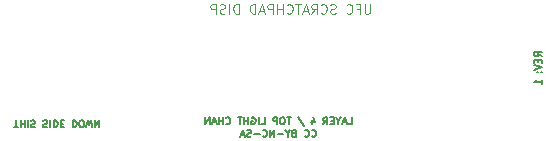
<source format=gbr>
G04 #@! TF.GenerationSoftware,KiCad,Pcbnew,(5.1.4)-1*
G04 #@! TF.CreationDate,2020-12-07T08:04:22-07:00*
G04 #@! TF.ProjectId,ufc_v4_scratchpad_layer4,7566635f-7634-45f7-9363-726174636870,rev?*
G04 #@! TF.SameCoordinates,Original*
G04 #@! TF.FileFunction,Legend,Bot*
G04 #@! TF.FilePolarity,Positive*
%FSLAX46Y46*%
G04 Gerber Fmt 4.6, Leading zero omitted, Abs format (unit mm)*
G04 Created by KiCad (PCBNEW (5.1.4)-1) date 2020-12-07 08:04:22*
%MOMM*%
%LPD*%
G04 APERTURE LIST*
%ADD10C,0.150000*%
%ADD11C,0.120000*%
G04 APERTURE END LIST*
D10*
X187537500Y-148788428D02*
X187823214Y-148788428D01*
X187823214Y-148188428D01*
X187366071Y-148617000D02*
X187080357Y-148617000D01*
X187423214Y-148788428D02*
X187223214Y-148188428D01*
X187023214Y-148788428D01*
X186708928Y-148502714D02*
X186708928Y-148788428D01*
X186908928Y-148188428D02*
X186708928Y-148502714D01*
X186508928Y-148188428D01*
X186308928Y-148474142D02*
X186108928Y-148474142D01*
X186023214Y-148788428D02*
X186308928Y-148788428D01*
X186308928Y-148188428D01*
X186023214Y-148188428D01*
X185423214Y-148788428D02*
X185623214Y-148502714D01*
X185766071Y-148788428D02*
X185766071Y-148188428D01*
X185537500Y-148188428D01*
X185480357Y-148217000D01*
X185451785Y-148245571D01*
X185423214Y-148302714D01*
X185423214Y-148388428D01*
X185451785Y-148445571D01*
X185480357Y-148474142D01*
X185537500Y-148502714D01*
X185766071Y-148502714D01*
X184451785Y-148388428D02*
X184451785Y-148788428D01*
X184594642Y-148159857D02*
X184737500Y-148588428D01*
X184366071Y-148588428D01*
X183251785Y-148159857D02*
X183766071Y-148931285D01*
X182680357Y-148188428D02*
X182337500Y-148188428D01*
X182508928Y-148788428D02*
X182508928Y-148188428D01*
X182023214Y-148188428D02*
X181908928Y-148188428D01*
X181851785Y-148217000D01*
X181794642Y-148274142D01*
X181766071Y-148388428D01*
X181766071Y-148588428D01*
X181794642Y-148702714D01*
X181851785Y-148759857D01*
X181908928Y-148788428D01*
X182023214Y-148788428D01*
X182080357Y-148759857D01*
X182137500Y-148702714D01*
X182166071Y-148588428D01*
X182166071Y-148388428D01*
X182137500Y-148274142D01*
X182080357Y-148217000D01*
X182023214Y-148188428D01*
X181508928Y-148788428D02*
X181508928Y-148188428D01*
X181280357Y-148188428D01*
X181223214Y-148217000D01*
X181194642Y-148245571D01*
X181166071Y-148302714D01*
X181166071Y-148388428D01*
X181194642Y-148445571D01*
X181223214Y-148474142D01*
X181280357Y-148502714D01*
X181508928Y-148502714D01*
X180166071Y-148788428D02*
X180451785Y-148788428D01*
X180451785Y-148188428D01*
X179966071Y-148788428D02*
X179966071Y-148188428D01*
X179366071Y-148217000D02*
X179423214Y-148188428D01*
X179508928Y-148188428D01*
X179594642Y-148217000D01*
X179651785Y-148274142D01*
X179680357Y-148331285D01*
X179708928Y-148445571D01*
X179708928Y-148531285D01*
X179680357Y-148645571D01*
X179651785Y-148702714D01*
X179594642Y-148759857D01*
X179508928Y-148788428D01*
X179451785Y-148788428D01*
X179366071Y-148759857D01*
X179337500Y-148731285D01*
X179337500Y-148531285D01*
X179451785Y-148531285D01*
X179080357Y-148788428D02*
X179080357Y-148188428D01*
X179080357Y-148474142D02*
X178737500Y-148474142D01*
X178737500Y-148788428D02*
X178737500Y-148188428D01*
X178537500Y-148188428D02*
X178194642Y-148188428D01*
X178366071Y-148788428D02*
X178366071Y-148188428D01*
X177194642Y-148731285D02*
X177223214Y-148759857D01*
X177308928Y-148788428D01*
X177366071Y-148788428D01*
X177451785Y-148759857D01*
X177508928Y-148702714D01*
X177537500Y-148645571D01*
X177566071Y-148531285D01*
X177566071Y-148445571D01*
X177537500Y-148331285D01*
X177508928Y-148274142D01*
X177451785Y-148217000D01*
X177366071Y-148188428D01*
X177308928Y-148188428D01*
X177223214Y-148217000D01*
X177194642Y-148245571D01*
X176937500Y-148788428D02*
X176937500Y-148188428D01*
X176937500Y-148474142D02*
X176594642Y-148474142D01*
X176594642Y-148788428D02*
X176594642Y-148188428D01*
X176337500Y-148617000D02*
X176051785Y-148617000D01*
X176394642Y-148788428D02*
X176194642Y-148188428D01*
X175994642Y-148788428D01*
X175794642Y-148788428D02*
X175794642Y-148188428D01*
X175451785Y-148788428D01*
X175451785Y-148188428D01*
X184437500Y-149781285D02*
X184466071Y-149809857D01*
X184551785Y-149838428D01*
X184608928Y-149838428D01*
X184694642Y-149809857D01*
X184751785Y-149752714D01*
X184780357Y-149695571D01*
X184808928Y-149581285D01*
X184808928Y-149495571D01*
X184780357Y-149381285D01*
X184751785Y-149324142D01*
X184694642Y-149267000D01*
X184608928Y-149238428D01*
X184551785Y-149238428D01*
X184466071Y-149267000D01*
X184437500Y-149295571D01*
X183837500Y-149781285D02*
X183866071Y-149809857D01*
X183951785Y-149838428D01*
X184008928Y-149838428D01*
X184094642Y-149809857D01*
X184151785Y-149752714D01*
X184180357Y-149695571D01*
X184208928Y-149581285D01*
X184208928Y-149495571D01*
X184180357Y-149381285D01*
X184151785Y-149324142D01*
X184094642Y-149267000D01*
X184008928Y-149238428D01*
X183951785Y-149238428D01*
X183866071Y-149267000D01*
X183837500Y-149295571D01*
X182923214Y-149524142D02*
X182837500Y-149552714D01*
X182808928Y-149581285D01*
X182780357Y-149638428D01*
X182780357Y-149724142D01*
X182808928Y-149781285D01*
X182837500Y-149809857D01*
X182894642Y-149838428D01*
X183123214Y-149838428D01*
X183123214Y-149238428D01*
X182923214Y-149238428D01*
X182866071Y-149267000D01*
X182837500Y-149295571D01*
X182808928Y-149352714D01*
X182808928Y-149409857D01*
X182837500Y-149467000D01*
X182866071Y-149495571D01*
X182923214Y-149524142D01*
X183123214Y-149524142D01*
X182408928Y-149552714D02*
X182408928Y-149838428D01*
X182608928Y-149238428D02*
X182408928Y-149552714D01*
X182208928Y-149238428D01*
X182008928Y-149609857D02*
X181551785Y-149609857D01*
X181266071Y-149838428D02*
X181266071Y-149238428D01*
X180923214Y-149838428D01*
X180923214Y-149238428D01*
X180294642Y-149781285D02*
X180323214Y-149809857D01*
X180408928Y-149838428D01*
X180466071Y-149838428D01*
X180551785Y-149809857D01*
X180608928Y-149752714D01*
X180637500Y-149695571D01*
X180666071Y-149581285D01*
X180666071Y-149495571D01*
X180637500Y-149381285D01*
X180608928Y-149324142D01*
X180551785Y-149267000D01*
X180466071Y-149238428D01*
X180408928Y-149238428D01*
X180323214Y-149267000D01*
X180294642Y-149295571D01*
X180037500Y-149609857D02*
X179580357Y-149609857D01*
X179323214Y-149809857D02*
X179237500Y-149838428D01*
X179094642Y-149838428D01*
X179037500Y-149809857D01*
X179008928Y-149781285D01*
X178980357Y-149724142D01*
X178980357Y-149667000D01*
X179008928Y-149609857D01*
X179037500Y-149581285D01*
X179094642Y-149552714D01*
X179208928Y-149524142D01*
X179266071Y-149495571D01*
X179294642Y-149467000D01*
X179323214Y-149409857D01*
X179323214Y-149352714D01*
X179294642Y-149295571D01*
X179266071Y-149267000D01*
X179208928Y-149238428D01*
X179066071Y-149238428D01*
X178980357Y-149267000D01*
X178751785Y-149667000D02*
X178466071Y-149667000D01*
X178808928Y-149838428D02*
X178608928Y-149238428D01*
X178408928Y-149838428D01*
D11*
X189380357Y-138603904D02*
X189380357Y-139251523D01*
X189342261Y-139327714D01*
X189304166Y-139365809D01*
X189227976Y-139403904D01*
X189075595Y-139403904D01*
X188999404Y-139365809D01*
X188961309Y-139327714D01*
X188923214Y-139251523D01*
X188923214Y-138603904D01*
X188275595Y-138984857D02*
X188542261Y-138984857D01*
X188542261Y-139403904D02*
X188542261Y-138603904D01*
X188161309Y-138603904D01*
X187399404Y-139327714D02*
X187437500Y-139365809D01*
X187551785Y-139403904D01*
X187627976Y-139403904D01*
X187742261Y-139365809D01*
X187818452Y-139289619D01*
X187856547Y-139213428D01*
X187894642Y-139061047D01*
X187894642Y-138946761D01*
X187856547Y-138794380D01*
X187818452Y-138718190D01*
X187742261Y-138642000D01*
X187627976Y-138603904D01*
X187551785Y-138603904D01*
X187437500Y-138642000D01*
X187399404Y-138680095D01*
X186485119Y-139365809D02*
X186370833Y-139403904D01*
X186180357Y-139403904D01*
X186104166Y-139365809D01*
X186066071Y-139327714D01*
X186027976Y-139251523D01*
X186027976Y-139175333D01*
X186066071Y-139099142D01*
X186104166Y-139061047D01*
X186180357Y-139022952D01*
X186332738Y-138984857D01*
X186408928Y-138946761D01*
X186447023Y-138908666D01*
X186485119Y-138832476D01*
X186485119Y-138756285D01*
X186447023Y-138680095D01*
X186408928Y-138642000D01*
X186332738Y-138603904D01*
X186142261Y-138603904D01*
X186027976Y-138642000D01*
X185227976Y-139327714D02*
X185266071Y-139365809D01*
X185380357Y-139403904D01*
X185456547Y-139403904D01*
X185570833Y-139365809D01*
X185647023Y-139289619D01*
X185685119Y-139213428D01*
X185723214Y-139061047D01*
X185723214Y-138946761D01*
X185685119Y-138794380D01*
X185647023Y-138718190D01*
X185570833Y-138642000D01*
X185456547Y-138603904D01*
X185380357Y-138603904D01*
X185266071Y-138642000D01*
X185227976Y-138680095D01*
X184427976Y-139403904D02*
X184694642Y-139022952D01*
X184885119Y-139403904D02*
X184885119Y-138603904D01*
X184580357Y-138603904D01*
X184504166Y-138642000D01*
X184466071Y-138680095D01*
X184427976Y-138756285D01*
X184427976Y-138870571D01*
X184466071Y-138946761D01*
X184504166Y-138984857D01*
X184580357Y-139022952D01*
X184885119Y-139022952D01*
X184123214Y-139175333D02*
X183742261Y-139175333D01*
X184199404Y-139403904D02*
X183932738Y-138603904D01*
X183666071Y-139403904D01*
X183513690Y-138603904D02*
X183056547Y-138603904D01*
X183285119Y-139403904D02*
X183285119Y-138603904D01*
X182332738Y-139327714D02*
X182370833Y-139365809D01*
X182485119Y-139403904D01*
X182561309Y-139403904D01*
X182675595Y-139365809D01*
X182751785Y-139289619D01*
X182789880Y-139213428D01*
X182827976Y-139061047D01*
X182827976Y-138946761D01*
X182789880Y-138794380D01*
X182751785Y-138718190D01*
X182675595Y-138642000D01*
X182561309Y-138603904D01*
X182485119Y-138603904D01*
X182370833Y-138642000D01*
X182332738Y-138680095D01*
X181989880Y-139403904D02*
X181989880Y-138603904D01*
X181989880Y-138984857D02*
X181532738Y-138984857D01*
X181532738Y-139403904D02*
X181532738Y-138603904D01*
X181151785Y-139403904D02*
X181151785Y-138603904D01*
X180847023Y-138603904D01*
X180770833Y-138642000D01*
X180732738Y-138680095D01*
X180694642Y-138756285D01*
X180694642Y-138870571D01*
X180732738Y-138946761D01*
X180770833Y-138984857D01*
X180847023Y-139022952D01*
X181151785Y-139022952D01*
X180389880Y-139175333D02*
X180008928Y-139175333D01*
X180466071Y-139403904D02*
X180199404Y-138603904D01*
X179932738Y-139403904D01*
X179666071Y-139403904D02*
X179666071Y-138603904D01*
X179475595Y-138603904D01*
X179361309Y-138642000D01*
X179285119Y-138718190D01*
X179247023Y-138794380D01*
X179208928Y-138946761D01*
X179208928Y-139061047D01*
X179247023Y-139213428D01*
X179285119Y-139289619D01*
X179361309Y-139365809D01*
X179475595Y-139403904D01*
X179666071Y-139403904D01*
X178256547Y-139403904D02*
X178256547Y-138603904D01*
X178066071Y-138603904D01*
X177951785Y-138642000D01*
X177875595Y-138718190D01*
X177837500Y-138794380D01*
X177799404Y-138946761D01*
X177799404Y-139061047D01*
X177837500Y-139213428D01*
X177875595Y-139289619D01*
X177951785Y-139365809D01*
X178066071Y-139403904D01*
X178256547Y-139403904D01*
X177456547Y-139403904D02*
X177456547Y-138603904D01*
X177113690Y-139365809D02*
X176999404Y-139403904D01*
X176808928Y-139403904D01*
X176732738Y-139365809D01*
X176694642Y-139327714D01*
X176656547Y-139251523D01*
X176656547Y-139175333D01*
X176694642Y-139099142D01*
X176732738Y-139061047D01*
X176808928Y-139022952D01*
X176961309Y-138984857D01*
X177037500Y-138946761D01*
X177075595Y-138908666D01*
X177113690Y-138832476D01*
X177113690Y-138756285D01*
X177075595Y-138680095D01*
X177037500Y-138642000D01*
X176961309Y-138603904D01*
X176770833Y-138603904D01*
X176656547Y-138642000D01*
X176313690Y-139403904D02*
X176313690Y-138603904D01*
X176008928Y-138603904D01*
X175932738Y-138642000D01*
X175894642Y-138680095D01*
X175856547Y-138756285D01*
X175856547Y-138870571D01*
X175894642Y-138946761D01*
X175932738Y-138984857D01*
X176008928Y-139022952D01*
X176313690Y-139022952D01*
D10*
X159251142Y-149054571D02*
X159594000Y-149054571D01*
X159422571Y-148454571D02*
X159422571Y-149054571D01*
X159794000Y-148454571D02*
X159794000Y-149054571D01*
X159794000Y-148768857D02*
X160136857Y-148768857D01*
X160136857Y-148454571D02*
X160136857Y-149054571D01*
X160422571Y-148454571D02*
X160422571Y-149054571D01*
X160679714Y-148483142D02*
X160765428Y-148454571D01*
X160908285Y-148454571D01*
X160965428Y-148483142D01*
X160994000Y-148511714D01*
X161022571Y-148568857D01*
X161022571Y-148626000D01*
X160994000Y-148683142D01*
X160965428Y-148711714D01*
X160908285Y-148740285D01*
X160794000Y-148768857D01*
X160736857Y-148797428D01*
X160708285Y-148826000D01*
X160679714Y-148883142D01*
X160679714Y-148940285D01*
X160708285Y-148997428D01*
X160736857Y-149026000D01*
X160794000Y-149054571D01*
X160936857Y-149054571D01*
X161022571Y-149026000D01*
X161708285Y-148483142D02*
X161794000Y-148454571D01*
X161936857Y-148454571D01*
X161994000Y-148483142D01*
X162022571Y-148511714D01*
X162051142Y-148568857D01*
X162051142Y-148626000D01*
X162022571Y-148683142D01*
X161994000Y-148711714D01*
X161936857Y-148740285D01*
X161822571Y-148768857D01*
X161765428Y-148797428D01*
X161736857Y-148826000D01*
X161708285Y-148883142D01*
X161708285Y-148940285D01*
X161736857Y-148997428D01*
X161765428Y-149026000D01*
X161822571Y-149054571D01*
X161965428Y-149054571D01*
X162051142Y-149026000D01*
X162308285Y-148454571D02*
X162308285Y-149054571D01*
X162594000Y-148454571D02*
X162594000Y-149054571D01*
X162736857Y-149054571D01*
X162822571Y-149026000D01*
X162879714Y-148968857D01*
X162908285Y-148911714D01*
X162936857Y-148797428D01*
X162936857Y-148711714D01*
X162908285Y-148597428D01*
X162879714Y-148540285D01*
X162822571Y-148483142D01*
X162736857Y-148454571D01*
X162594000Y-148454571D01*
X163194000Y-148768857D02*
X163394000Y-148768857D01*
X163479714Y-148454571D02*
X163194000Y-148454571D01*
X163194000Y-149054571D01*
X163479714Y-149054571D01*
X164194000Y-148454571D02*
X164194000Y-149054571D01*
X164336857Y-149054571D01*
X164422571Y-149026000D01*
X164479714Y-148968857D01*
X164508285Y-148911714D01*
X164536857Y-148797428D01*
X164536857Y-148711714D01*
X164508285Y-148597428D01*
X164479714Y-148540285D01*
X164422571Y-148483142D01*
X164336857Y-148454571D01*
X164194000Y-148454571D01*
X164908285Y-149054571D02*
X165022571Y-149054571D01*
X165079714Y-149026000D01*
X165136857Y-148968857D01*
X165165428Y-148854571D01*
X165165428Y-148654571D01*
X165136857Y-148540285D01*
X165079714Y-148483142D01*
X165022571Y-148454571D01*
X164908285Y-148454571D01*
X164851142Y-148483142D01*
X164794000Y-148540285D01*
X164765428Y-148654571D01*
X164765428Y-148854571D01*
X164794000Y-148968857D01*
X164851142Y-149026000D01*
X164908285Y-149054571D01*
X165365428Y-149054571D02*
X165508285Y-148454571D01*
X165622571Y-148883142D01*
X165736857Y-148454571D01*
X165879714Y-149054571D01*
X166108285Y-148454571D02*
X166108285Y-149054571D01*
X166451142Y-148454571D01*
X166451142Y-149054571D01*
X203908928Y-143042000D02*
X203623214Y-142842000D01*
X203908928Y-142699142D02*
X203308928Y-142699142D01*
X203308928Y-142927714D01*
X203337500Y-142984857D01*
X203366071Y-143013428D01*
X203423214Y-143042000D01*
X203508928Y-143042000D01*
X203566071Y-143013428D01*
X203594642Y-142984857D01*
X203623214Y-142927714D01*
X203623214Y-142699142D01*
X203594642Y-143299142D02*
X203594642Y-143499142D01*
X203908928Y-143584857D02*
X203908928Y-143299142D01*
X203308928Y-143299142D01*
X203308928Y-143584857D01*
X203308928Y-143756285D02*
X203908928Y-143956285D01*
X203308928Y-144156285D01*
X203851785Y-144356285D02*
X203880357Y-144384857D01*
X203908928Y-144356285D01*
X203880357Y-144327714D01*
X203851785Y-144356285D01*
X203908928Y-144356285D01*
X203537500Y-144356285D02*
X203566071Y-144384857D01*
X203594642Y-144356285D01*
X203566071Y-144327714D01*
X203537500Y-144356285D01*
X203594642Y-144356285D01*
X203908928Y-145413428D02*
X203908928Y-145070571D01*
X203908928Y-145242000D02*
X203308928Y-145242000D01*
X203394642Y-145184857D01*
X203451785Y-145127714D01*
X203480357Y-145070571D01*
M02*

</source>
